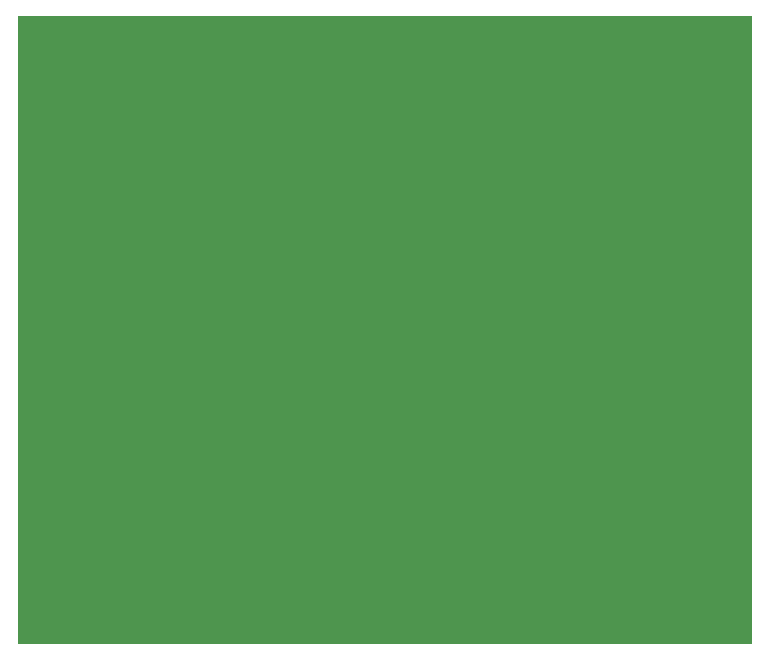
<source format=gbo>
G75*
%MOIN*%
%OFA0B0*%
%FSLAX24Y24*%
%IPPOS*%
%LPD*%
%AMOC8*
5,1,8,0,0,1.08239X$1,22.5*
%
%ADD10R,2.4450X2.0950*%
D10*
X012325Y010575D03*
M02*

</source>
